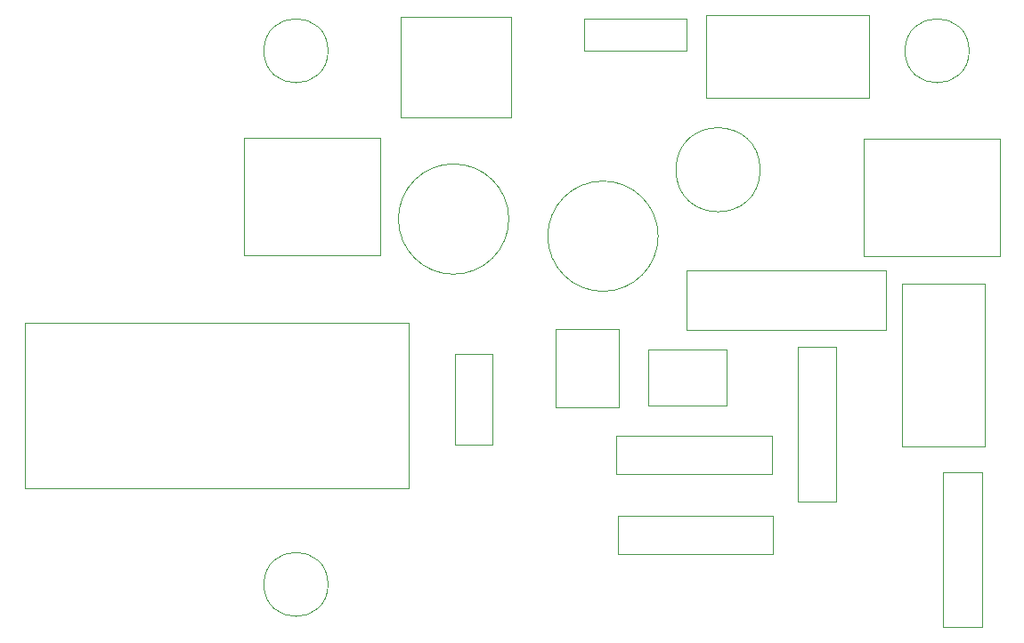
<source format=gbr>
G04 #@! TF.GenerationSoftware,KiCad,Pcbnew,5.0.2-bee76a0~70~ubuntu18.04.1*
G04 #@! TF.CreationDate,2019-05-08T10:40:33+01:00*
G04 #@! TF.ProjectId,lm2596_cc_vc,6c6d3235-3936-45f6-9363-5f76632e6b69,rev?*
G04 #@! TF.SameCoordinates,Original*
G04 #@! TF.FileFunction,Other,User*
%FSLAX46Y46*%
G04 Gerber Fmt 4.6, Leading zero omitted, Abs format (unit mm)*
G04 Created by KiCad (PCBNEW 5.0.2-bee76a0~70~ubuntu18.04.1) date Wed 08 May 2019 10:40:33 BST*
%MOMM*%
%LPD*%
G01*
G04 APERTURE LIST*
%ADD10C,0.050000*%
G04 APERTURE END LIST*
D10*
G04 #@! TO.C,REF\002A\002A*
X52834000Y-123063000D02*
G75*
G03X52834000Y-123063000I-3050000J0D01*
G01*
X113794000Y-72263000D02*
G75*
G03X113794000Y-72263000I-3050000J0D01*
G01*
G04 #@! TO.C,C2*
X70020000Y-88285000D02*
G75*
G03X70020000Y-88285000I-5250000J0D01*
G01*
G04 #@! TO.C,C4*
X84224000Y-89916000D02*
G75*
G03X84224000Y-89916000I-5250000J0D01*
G01*
G04 #@! TO.C,D2*
X86923000Y-93162000D02*
X86923000Y-98862000D01*
X86923000Y-98862000D02*
X105863000Y-98862000D01*
X105863000Y-98862000D02*
X105863000Y-93162000D01*
X105863000Y-93162000D02*
X86923000Y-93162000D01*
G04 #@! TO.C,J2*
X60485000Y-113895000D02*
X60485000Y-98195000D01*
X60485000Y-113895000D02*
X23985000Y-113895000D01*
X23985000Y-98195000D02*
X23985000Y-113895000D01*
X60485000Y-98195000D02*
X23985000Y-98195000D01*
G04 #@! TO.C,J3*
X68475000Y-109750000D02*
X68475000Y-101100000D01*
X68475000Y-101100000D02*
X64875000Y-101100000D01*
X64875000Y-101100000D02*
X64875000Y-109750000D01*
X64875000Y-109750000D02*
X68475000Y-109750000D01*
G04 #@! TO.C,L2*
X93916000Y-83594000D02*
G75*
G03X93916000Y-83594000I-4000000J0D01*
G01*
G04 #@! TO.C,R4*
X77182000Y-69239000D02*
X77182000Y-72239000D01*
X77182000Y-72239000D02*
X86902000Y-72239000D01*
X86902000Y-72239000D02*
X86902000Y-69239000D01*
X86902000Y-69239000D02*
X77182000Y-69239000D01*
G04 #@! TO.C,RV1*
X115289000Y-94405000D02*
X107389000Y-94405000D01*
X115289000Y-109905000D02*
X115289000Y-94405000D01*
X107389000Y-109905000D02*
X115289000Y-109905000D01*
X107389000Y-94405000D02*
X107389000Y-109905000D01*
G04 #@! TO.C,RV2*
X88817000Y-76761000D02*
X104317000Y-76761000D01*
X104317000Y-76761000D02*
X104317000Y-68861000D01*
X104317000Y-68861000D02*
X88817000Y-68861000D01*
X88817000Y-68861000D02*
X88817000Y-76761000D01*
G04 #@! TO.C,U2*
X70245000Y-69020000D02*
X59745000Y-69020000D01*
X70245000Y-78620000D02*
X70245000Y-69020000D01*
X59745000Y-78620000D02*
X70245000Y-78620000D01*
X59745000Y-69020000D02*
X59745000Y-78620000D01*
G04 #@! TO.C,J1*
X44838000Y-91730000D02*
X44838000Y-80540000D01*
X44838000Y-91730000D02*
X57778000Y-91730000D01*
X57778000Y-80540000D02*
X44838000Y-80540000D01*
X57778000Y-80540000D02*
X57778000Y-91730000D01*
G04 #@! TO.C,J4*
X103766000Y-91799000D02*
X103766000Y-80609000D01*
X103766000Y-91799000D02*
X116706000Y-91799000D01*
X116706000Y-80609000D02*
X103766000Y-80609000D01*
X116706000Y-80609000D02*
X116706000Y-91799000D01*
G04 #@! TO.C,Q1*
X83265000Y-100678000D02*
X83265000Y-106078000D01*
X90725000Y-100678000D02*
X90725000Y-106078000D01*
X83265000Y-100678000D02*
X90725000Y-100678000D01*
X83265000Y-106078000D02*
X90725000Y-106078000D01*
G04 #@! TO.C,Q2*
X74470000Y-98739000D02*
X74470000Y-106239000D01*
X80470000Y-98739000D02*
X74470000Y-98739000D01*
X80470000Y-106239000D02*
X80470000Y-98739000D01*
X74470000Y-106239000D02*
X80470000Y-106239000D01*
G04 #@! TO.C,R1*
X95030000Y-108894000D02*
X80230000Y-108894000D01*
X95030000Y-112594000D02*
X95030000Y-108894000D01*
X80230000Y-112594000D02*
X95030000Y-112594000D01*
X80230000Y-108894000D02*
X80230000Y-112594000D01*
G04 #@! TO.C,R2*
X95157000Y-120214000D02*
X95157000Y-116514000D01*
X95157000Y-116514000D02*
X80357000Y-116514000D01*
X80357000Y-116514000D02*
X80357000Y-120214000D01*
X80357000Y-120214000D02*
X95157000Y-120214000D01*
G04 #@! TO.C,R3*
X111307000Y-112361000D02*
X111307000Y-127161000D01*
X115007000Y-112361000D02*
X111307000Y-112361000D01*
X115007000Y-127161000D02*
X115007000Y-112361000D01*
X111307000Y-127161000D02*
X115007000Y-127161000D01*
G04 #@! TO.C,R5*
X101164000Y-100423000D02*
X97464000Y-100423000D01*
X97464000Y-100423000D02*
X97464000Y-115223000D01*
X97464000Y-115223000D02*
X101164000Y-115223000D01*
X101164000Y-115223000D02*
X101164000Y-100423000D01*
G04 #@! TO.C,REF\002A\002A*
X52834000Y-72263000D02*
G75*
G03X52834000Y-72263000I-3050000J0D01*
G01*
G04 #@! TD*
M02*

</source>
